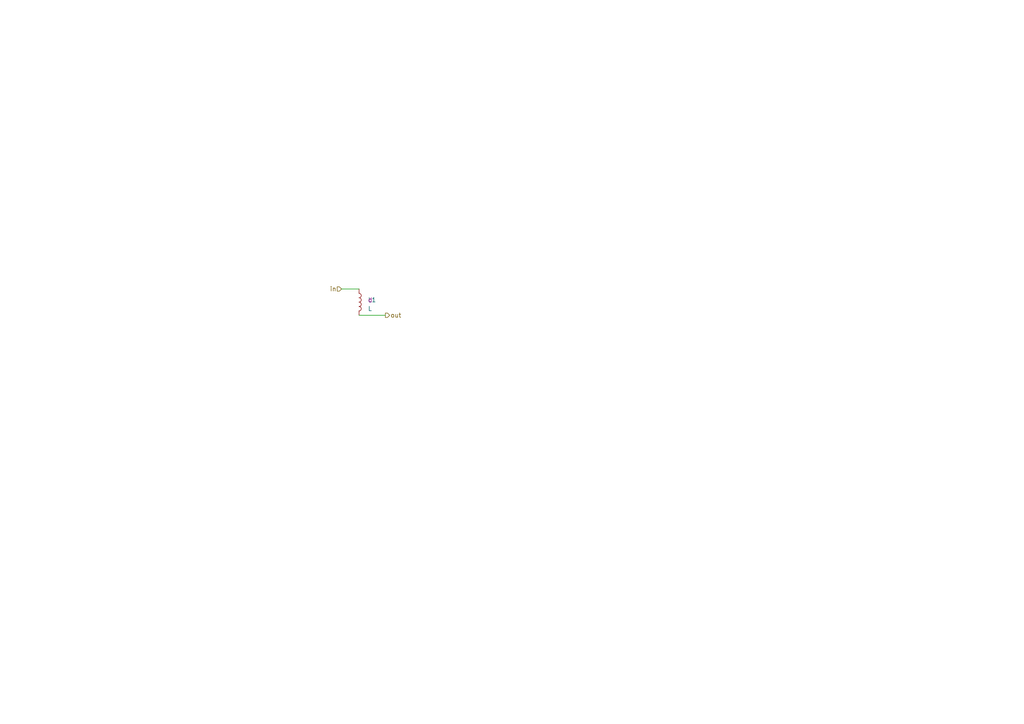
<source format=kicad_sch>
(kicad_sch (version 20230121) (generator eeschema)
  (paper "A4")
  (lib_symbols
    (symbol "Device:L" (pin_numbers hide) (pin_names (offset 1.016) hide)
      (property "Reference" "L" (at -1.27 0 90))
      (property "Value" "L" (at 1.905 0 90))
      (symbol "L_0_1"
        (arc (start 0 -2.54) (mid 0.6323 -1.905) (end 0 -1.27))
        (arc (start 0 -1.27) (mid 0.6323 -0.635) (end 0 0))
        (arc (start 0 0) (mid 0.6323 0.635) (end 0 1.27))
        (arc (start 0 1.27) (mid 0.6323 1.905) (end 0 2.54))
      )
      (symbol "L_1_1"
        (pin passive line (at 0 3.81 270) (length 1.27) (name "1") (number "1"))
        (pin passive line (at 0 -3.81 90) (length 1.27) (name "2") (number "2"))
      )
    )
  )
  (wire (pts (xy 99.06 83.82) (xy 104.14 83.82)))
  (wire (pts (xy 104.14 91.44) (xy 111.76 91.44)))
  (hierarchical_label "in" (shape input) (at 99.06 83.82 180))
  (hierarchical_label "out" (shape output) (at 111.76 91.44 0))
  (symbol (lib_id "Device:L") (at 104.14 87.63 0) (unit 1)
    (property "Reference" "L1" (at 106.68 86.9949 0) (effects (justify left)))
    (property "Value" "L" (at 106.68 89.5349 0) (effects (justify left)))
    (property "Footprint" "\"\"" (effects hide))
    (property "Datasheet" "\"~\"" (effects hide))
    (property "qwerty" "\"ind\"" (effects hide))
    (property "new1" "d" (at 106.68 86.9949 0) (effects (justify left)))
    (instances (project "hierarchical_schematic" (path "" (reference "L1") (unit 1)) (path "" (reference "L2") (unit 1)) (path "" (reference "L3") (unit 1))))
  )
)
</source>
